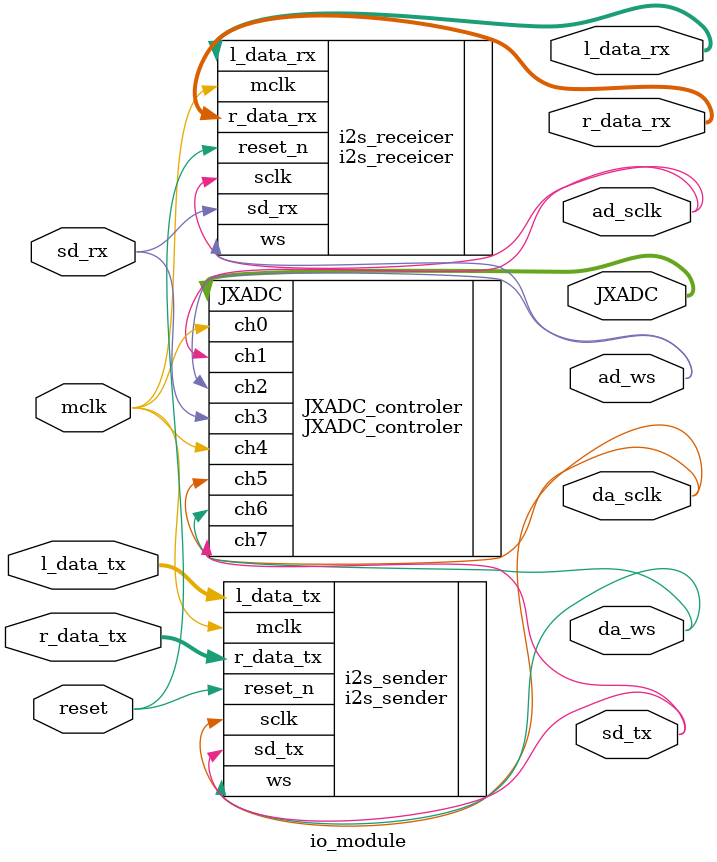
<source format=v>
module io_module #( parameter
    sclk_ws_ratio = 64,         // number of sclk periods per word select period
    mclk_sclk_ratio = 4,        // number of mclk periods per sclk period
    d_width = 24                // data width
)(
    //output reset,                             //asynchronous active low reset
    input  mclk,                                //master clock
    output ad_sclk,                             //serial clock (or bit clock)
    output ad_ws,                               //word select (or left-right clock)
    output da_sclk,                             //serial clock (or bit clock)
    output da_ws,                               //word select (or left-right clock)
    output sd_tx,                               //serial data transmit
    input  sd_rx,                               //serial data receive

    input signed [d_width-1: 0] l_data_tx,      //left channel data to transmit
    input signed [d_width-1: 0] r_data_tx,      //right channel data to transmit

    output signed [d_width-1: 0] l_data_rx,            //left channel data received
    output signed [d_width-1: 0] r_data_rx,             //right channel data received   

    input reset,
    
    // // inputs to logic analyzer
    // input           ch0,
    // input           ch1,
    // input           ch2,
    // input           ch3,
    // input           ch4,
    // input           ch5,
    // input           ch6,
    // input           ch7,

    output  [7: 0]  JXADC      // output for logic analizer

    );



i2s_sender  #(
    .mclk_sclk_ratio(mclk_sclk_ratio),      //number of mclk periods per sclk period
    .sclk_ws_ratio(sclk_ws_ratio),          //number of sclk periods per word select period
    .d_width(d_width)                       //data width
) i2s_sender (
    .reset_n(reset),        //asynchronous active high reset
    .mclk(mclk),            //master clock
    .sclk(da_sclk),         //serial clock (or bit clock)
    .ws(da_ws),             //word select (or left-right clock)
    .sd_tx(sd_tx),          //serial data transmit
    .l_data_tx(l_data_tx),  //left channel data to transmit
    .r_data_tx(r_data_tx)   //right channel data to transmit
);



i2s_receicer  #(
    .mclk_sclk_ratio(mclk_sclk_ratio),      //number of mclk periods per sclk period
    .sclk_ws_ratio(sclk_ws_ratio),          //number of sclk periods per word select period
    .d_width(d_width)                       //data width
) i2s_receicer (
    .reset_n(reset),            //asynchronous active high reset
    .mclk(mclk),                //master clock
    .sclk(ad_sclk),             //serial clock (or bit clock)
    .ws(ad_ws),                 //word select (or left-right clock)
    .sd_rx(sd_rx),              //serial data receive
    .l_data_rx(l_data_rx),      //left channel data received
    .r_data_rx(r_data_rx)       //right channel data received
);


// connecting signals to JXADC PMOD to monitor them with signal analyzer
JXADC_controler JXADC_controler(
    .ch0(mclk),
    .ch1(ad_sclk),
    .ch2(ad_ws),
    .ch3(sd_rx),        // serial data in
    .ch4(mclk),
    .ch5(da_sclk),
    .ch6(da_ws),
    .ch7(sd_tx),        // serial data out
    .JXADC(JXADC)       // output for logic analizer   
);

// // debounce reset button
// debounce_switch debounce_switch_reset(
//     .clk(mclk),
//     .i_switch(btnC),
//     .o_switch(reset_n)
// );

endmodule
</source>
